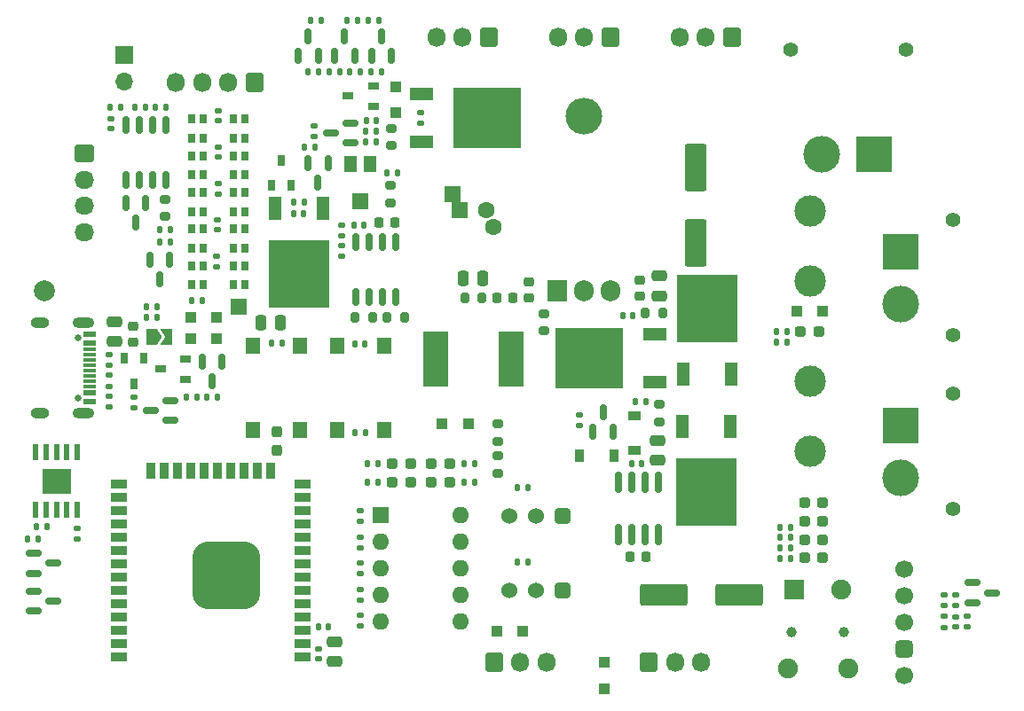
<source format=gbr>
%TF.GenerationSoftware,KiCad,Pcbnew,(6.0.11)*%
%TF.CreationDate,2024-02-29T08:20:34+09:00*%
%TF.ProjectId,Pole,506f6c65-2e6b-4696-9361-645f70636258,rev?*%
%TF.SameCoordinates,Original*%
%TF.FileFunction,Soldermask,Top*%
%TF.FilePolarity,Negative*%
%FSLAX46Y46*%
G04 Gerber Fmt 4.6, Leading zero omitted, Abs format (unit mm)*
G04 Created by KiCad (PCBNEW (6.0.11)) date 2024-02-29 08:20:34*
%MOMM*%
%LPD*%
G01*
G04 APERTURE LIST*
G04 Aperture macros list*
%AMRoundRect*
0 Rectangle with rounded corners*
0 $1 Rounding radius*
0 $2 $3 $4 $5 $6 $7 $8 $9 X,Y pos of 4 corners*
0 Add a 4 corners polygon primitive as box body*
4,1,4,$2,$3,$4,$5,$6,$7,$8,$9,$2,$3,0*
0 Add four circle primitives for the rounded corners*
1,1,$1+$1,$2,$3*
1,1,$1+$1,$4,$5*
1,1,$1+$1,$6,$7*
1,1,$1+$1,$8,$9*
0 Add four rect primitives between the rounded corners*
20,1,$1+$1,$2,$3,$4,$5,0*
20,1,$1+$1,$4,$5,$6,$7,0*
20,1,$1+$1,$6,$7,$8,$9,0*
20,1,$1+$1,$8,$9,$2,$3,0*%
%AMFreePoly0*
4,1,6,1.000000,0.000000,0.500000,-0.750000,-0.500000,-0.750000,-0.500000,0.750000,0.500000,0.750000,1.000000,0.000000,1.000000,0.000000,$1*%
%AMFreePoly1*
4,1,6,0.500000,-0.750000,-0.650000,-0.750000,-0.150000,0.000000,-0.650000,0.750000,0.500000,0.750000,0.500000,-0.750000,0.500000,-0.750000,$1*%
G04 Aperture macros list end*
%ADD10RoundRect,0.135000X0.135000X0.185000X-0.135000X0.185000X-0.135000X-0.185000X0.135000X-0.185000X0*%
%ADD11R,0.700000X0.900000*%
%ADD12R,1.000000X1.000000*%
%ADD13RoundRect,0.135000X-0.135000X-0.185000X0.135000X-0.185000X0.135000X0.185000X-0.135000X0.185000X0*%
%ADD14C,1.700000*%
%ADD15RoundRect,0.425000X0.425000X0.425000X-0.425000X0.425000X-0.425000X-0.425000X0.425000X-0.425000X0*%
%ADD16RoundRect,0.140000X-0.170000X0.140000X-0.170000X-0.140000X0.170000X-0.140000X0.170000X0.140000X0*%
%ADD17R,0.700000X1.000000*%
%ADD18RoundRect,0.250000X0.475000X-0.250000X0.475000X0.250000X-0.475000X0.250000X-0.475000X-0.250000X0*%
%ADD19RoundRect,0.237500X0.287500X0.237500X-0.287500X0.237500X-0.287500X-0.237500X0.287500X-0.237500X0*%
%ADD20RoundRect,0.250000X-0.250000X-0.475000X0.250000X-0.475000X0.250000X0.475000X-0.250000X0.475000X0*%
%ADD21RoundRect,0.250000X0.600000X0.675000X-0.600000X0.675000X-0.600000X-0.675000X0.600000X-0.675000X0*%
%ADD22O,1.700000X1.850000*%
%ADD23RoundRect,0.200000X0.200000X0.275000X-0.200000X0.275000X-0.200000X-0.275000X0.200000X-0.275000X0*%
%ADD24RoundRect,0.135000X-0.185000X0.135000X-0.185000X-0.135000X0.185000X-0.135000X0.185000X0.135000X0*%
%ADD25C,1.000000*%
%ADD26R,1.900000X1.900000*%
%ADD27C,1.900000*%
%ADD28RoundRect,0.140000X-0.140000X-0.170000X0.140000X-0.170000X0.140000X0.170000X-0.140000X0.170000X0*%
%ADD29RoundRect,0.225000X0.225000X0.250000X-0.225000X0.250000X-0.225000X-0.250000X0.225000X-0.250000X0*%
%ADD30R,1.000000X0.700000*%
%ADD31RoundRect,0.150000X-0.587500X-0.150000X0.587500X-0.150000X0.587500X0.150000X-0.587500X0.150000X0*%
%ADD32RoundRect,0.150000X0.150000X-0.825000X0.150000X0.825000X-0.150000X0.825000X-0.150000X-0.825000X0*%
%ADD33RoundRect,0.225000X-0.250000X0.225000X-0.250000X-0.225000X0.250000X-0.225000X0.250000X0.225000X0*%
%ADD34RoundRect,0.200000X-0.275000X0.200000X-0.275000X-0.200000X0.275000X-0.200000X0.275000X0.200000X0*%
%ADD35C,0.650000*%
%ADD36R,1.240000X0.600000*%
%ADD37R,1.240000X0.300000*%
%ADD38O,2.100000X1.000000*%
%ADD39O,1.800000X1.000000*%
%ADD40C,2.000000*%
%ADD41R,1.400000X1.600000*%
%ADD42RoundRect,0.150000X0.150000X-0.587500X0.150000X0.587500X-0.150000X0.587500X-0.150000X-0.587500X0*%
%ADD43RoundRect,0.237500X-0.287500X-0.237500X0.287500X-0.237500X0.287500X0.237500X-0.287500X0.237500X0*%
%ADD44RoundRect,0.140000X0.170000X-0.140000X0.170000X0.140000X-0.170000X0.140000X-0.170000X-0.140000X0*%
%ADD45RoundRect,0.135000X0.185000X-0.135000X0.185000X0.135000X-0.185000X0.135000X-0.185000X-0.135000X0*%
%ADD46R,1.200000X2.200000*%
%ADD47R,5.800000X6.400000*%
%ADD48RoundRect,0.150000X0.150000X-0.675000X0.150000X0.675000X-0.150000X0.675000X-0.150000X-0.675000X0*%
%ADD49RoundRect,0.381000X-0.381000X0.381000X-0.381000X-0.381000X0.381000X-0.381000X0.381000X0.381000X0*%
%ADD50C,1.524000*%
%ADD51RoundRect,0.150000X-0.150000X0.587500X-0.150000X-0.587500X0.150000X-0.587500X0.150000X0.587500X0*%
%ADD52R,0.900000X1.200000*%
%ADD53RoundRect,0.237500X0.237500X-0.300000X0.237500X0.300000X-0.237500X0.300000X-0.237500X-0.300000X0*%
%ADD54RoundRect,0.250001X0.799999X-1.999999X0.799999X1.999999X-0.799999X1.999999X-0.799999X-1.999999X0*%
%ADD55RoundRect,0.250000X0.250000X0.475000X-0.250000X0.475000X-0.250000X-0.475000X0.250000X-0.475000X0*%
%ADD56RoundRect,0.200000X-0.200000X-0.275000X0.200000X-0.275000X0.200000X0.275000X-0.200000X0.275000X0*%
%ADD57R,0.600000X1.500000*%
%ADD58R,2.800000X2.400000*%
%ADD59FreePoly0,0.000000*%
%ADD60FreePoly1,0.000000*%
%ADD61R,1.500000X1.500000*%
%ADD62RoundRect,0.250000X-0.675000X0.600000X-0.675000X-0.600000X0.675000X-0.600000X0.675000X0.600000X0*%
%ADD63O,1.850000X1.700000*%
%ADD64RoundRect,0.250001X-1.999999X-0.799999X1.999999X-0.799999X1.999999X0.799999X-1.999999X0.799999X0*%
%ADD65RoundRect,0.225000X-0.225000X-0.250000X0.225000X-0.250000X0.225000X0.250000X-0.225000X0.250000X0*%
%ADD66R,2.413000X5.334000*%
%ADD67RoundRect,0.150000X0.587500X0.150000X-0.587500X0.150000X-0.587500X-0.150000X0.587500X-0.150000X0*%
%ADD68RoundRect,0.250000X-0.475000X0.250000X-0.475000X-0.250000X0.475000X-0.250000X0.475000X0.250000X0*%
%ADD69RoundRect,0.200000X0.275000X-0.200000X0.275000X0.200000X-0.275000X0.200000X-0.275000X-0.200000X0*%
%ADD70R,1.600000X1.600000*%
%ADD71C,1.600000*%
%ADD72C,1.400000*%
%ADD73R,3.500000X3.500000*%
%ADD74C,3.500000*%
%ADD75C,3.000000*%
%ADD76O,1.600000X1.600000*%
%ADD77R,2.200000X1.200000*%
%ADD78R,6.400000X5.800000*%
%ADD79O,3.500000X3.500000*%
%ADD80R,1.905000X2.000000*%
%ADD81O,1.905000X2.000000*%
%ADD82RoundRect,0.250000X-0.600000X-0.675000X0.600000X-0.675000X0.600000X0.675000X-0.600000X0.675000X0*%
%ADD83R,1.700000X1.700000*%
%ADD84O,1.700000X1.700000*%
%ADD85RoundRect,0.140000X0.140000X0.170000X-0.140000X0.170000X-0.140000X-0.170000X0.140000X-0.170000X0*%
%ADD86R,1.150000X1.500000*%
%ADD87R,1.500000X0.900000*%
%ADD88R,0.900000X1.500000*%
%ADD89RoundRect,1.625000X1.625000X1.625000X-1.625000X1.625000X-1.625000X-1.625000X1.625000X-1.625000X0*%
%ADD90R,1.200000X0.900000*%
G04 APERTURE END LIST*
D10*
%TO.C,R29*%
X159920000Y-104500000D03*
X158900000Y-104500000D03*
%TD*%
D11*
%TO.C,D24*%
X143199999Y-75085000D03*
X142099999Y-75085000D03*
X142099999Y-76915000D03*
X143199999Y-76915000D03*
%TD*%
D12*
%TO.C,D29*%
X168520001Y-100680001D03*
X166020001Y-100680001D03*
%TD*%
D13*
%TO.C,R53*%
X153490000Y-62160000D03*
X154510000Y-62160000D03*
%TD*%
D10*
%TO.C,R56*%
X139652619Y-70478465D03*
X138632619Y-70478465D03*
%TD*%
D14*
%TO.C,SW2*%
X210120000Y-114590000D03*
X210120000Y-124750000D03*
D15*
X210120000Y-122210000D03*
D14*
X210120000Y-119670000D03*
X210120000Y-117130000D03*
%TD*%
D10*
%TO.C,R22*%
X159910000Y-106250000D03*
X158890000Y-106250000D03*
%TD*%
D16*
%TO.C,C16*%
X154240000Y-122150000D03*
X154240000Y-123110000D03*
%TD*%
D17*
%TO.C,Q4*%
X137570000Y-94450000D03*
X135670000Y-94450000D03*
X136620000Y-96850000D03*
%TD*%
D18*
%TO.C,C8*%
X186740000Y-88470000D03*
X186740000Y-86570000D03*
%TD*%
D16*
%TO.C,C24*%
X144650000Y-77770000D03*
X144650000Y-78730000D03*
%TD*%
D19*
%TO.C,D14*%
X202375000Y-111750000D03*
X200625000Y-111750000D03*
%TD*%
D20*
%TO.C,C34*%
X168050001Y-86800001D03*
X169950001Y-86800001D03*
%TD*%
D19*
%TO.C,D7*%
X163035000Y-104500000D03*
X161285000Y-104500000D03*
%TD*%
D21*
%TO.C,J13*%
X148122619Y-68078465D03*
D22*
X145622619Y-68078465D03*
X143122619Y-68078465D03*
X140622619Y-68078465D03*
%TD*%
D13*
%TO.C,R26*%
X126450000Y-111650000D03*
X127470000Y-111650000D03*
%TD*%
D10*
%TO.C,R33*%
X158270000Y-67040000D03*
X157250000Y-67040000D03*
%TD*%
D23*
%TO.C,R67*%
X169827382Y-88641536D03*
X168177382Y-88641536D03*
%TD*%
D24*
%TO.C,R32*%
X179110001Y-99860001D03*
X179110001Y-100880001D03*
%TD*%
D25*
%TO.C,J6*%
X199400000Y-120540000D03*
X204400000Y-120540000D03*
D26*
X199650000Y-116540000D03*
D27*
X204150000Y-116540000D03*
X199000000Y-124040000D03*
X204800000Y-124040000D03*
%TD*%
D28*
%TO.C,C31*%
X183260001Y-90330001D03*
X184220001Y-90330001D03*
%TD*%
D12*
%TO.C,D9*%
X161610000Y-70980000D03*
X161610000Y-68480000D03*
%TD*%
D29*
%TO.C,C36*%
X172797381Y-88631537D03*
X171247381Y-88631537D03*
%TD*%
D30*
%TO.C,Q12*%
X159461545Y-70343690D03*
X159461545Y-68443690D03*
X157061545Y-69393690D03*
%TD*%
D24*
%TO.C,R14*%
X134240000Y-96070000D03*
X134240000Y-97090000D03*
%TD*%
D31*
%TO.C,Q2*%
X216612500Y-115870000D03*
X216612500Y-117770000D03*
X218487500Y-116820000D03*
%TD*%
D10*
%TO.C,R13*%
X174250000Y-106750000D03*
X173230000Y-106750000D03*
%TD*%
%TO.C,R50*%
X154250000Y-67060000D03*
X153230000Y-67060000D03*
%TD*%
%TO.C,R18*%
X138820000Y-89540000D03*
X137800000Y-89540000D03*
%TD*%
D28*
%TO.C,C14*%
X154220000Y-120100000D03*
X155180000Y-120100000D03*
%TD*%
D32*
%TO.C,U6*%
X182905001Y-111240001D03*
X184175001Y-111240001D03*
X185445001Y-111240001D03*
X186715001Y-111240001D03*
X186715001Y-106290001D03*
X185445001Y-106290001D03*
X184175001Y-106290001D03*
X182905001Y-106290001D03*
%TD*%
D33*
%TO.C,C9*%
X184890001Y-86965000D03*
X184890001Y-88515000D03*
%TD*%
D17*
%TO.C,Q14*%
X149750000Y-77920000D03*
X151650000Y-77920000D03*
X150700000Y-75520000D03*
%TD*%
D21*
%TO.C,J11*%
X170500000Y-63750000D03*
D22*
X168000000Y-63750000D03*
X165500000Y-63750000D03*
%TD*%
D34*
%TO.C,R59*%
X186750000Y-98835001D03*
X186750000Y-100485001D03*
%TD*%
D35*
%TO.C,J4*%
X131305000Y-98230000D03*
X131305000Y-92450000D03*
D36*
X132425000Y-92140000D03*
X132425000Y-92940000D03*
D37*
X132425000Y-94090000D03*
X132425000Y-95090000D03*
X132425000Y-95590000D03*
X132425000Y-96590000D03*
D36*
X132425000Y-97740000D03*
X132425000Y-98540000D03*
X132425000Y-98540000D03*
X132425000Y-97740000D03*
D37*
X132425000Y-97090000D03*
X132425000Y-96090000D03*
X132425000Y-94590000D03*
X132425000Y-93590000D03*
D36*
X132425000Y-92940000D03*
X132425000Y-92140000D03*
D38*
X131825000Y-91020000D03*
D39*
X127625000Y-99660000D03*
X127625000Y-91020000D03*
D38*
X131825000Y-99660000D03*
%TD*%
D33*
%TO.C,C32*%
X174352620Y-87113466D03*
X174352620Y-88663466D03*
%TD*%
D40*
%TO.C,TP5*%
X128120000Y-87970000D03*
%TD*%
D41*
%TO.C,SW4*%
X152500000Y-93250000D03*
X152500000Y-101250000D03*
X148000000Y-101250000D03*
X148000000Y-93250000D03*
%TD*%
D42*
%TO.C,Q18*%
X152310000Y-65537500D03*
X154210000Y-65537500D03*
X153260000Y-63662500D03*
%TD*%
D43*
%TO.C,D5*%
X165035000Y-104500000D03*
X166785000Y-104500000D03*
%TD*%
D44*
%TO.C,C1*%
X215020000Y-120080000D03*
X215020000Y-119120000D03*
%TD*%
D45*
%TO.C,R16*%
X134240000Y-99090000D03*
X134240000Y-98070000D03*
%TD*%
D10*
%TO.C,R52*%
X156260000Y-67050000D03*
X155240000Y-67050000D03*
%TD*%
D44*
%TO.C,C21*%
X144650000Y-71730000D03*
X144650000Y-70770000D03*
%TD*%
D46*
%TO.C,U3*%
X154638926Y-80095000D03*
D47*
X152358926Y-86395000D03*
D46*
X150078926Y-80095000D03*
%TD*%
D48*
%TO.C,U5*%
X135887619Y-77403465D03*
X137157619Y-77403465D03*
X138427619Y-77403465D03*
X139697619Y-77403465D03*
X139697619Y-72153465D03*
X138427619Y-72153465D03*
X137157619Y-72153465D03*
X135887619Y-72153465D03*
%TD*%
D45*
%TO.C,R73*%
X164000000Y-72010000D03*
X164000000Y-70990000D03*
%TD*%
D49*
%TO.C,SW6*%
X177540000Y-116640000D03*
D50*
X175000000Y-116640000D03*
X172460000Y-116640000D03*
%TD*%
D51*
%TO.C,Q11*%
X145060000Y-94772500D03*
X143160000Y-94772500D03*
X144110000Y-96647500D03*
%TD*%
D48*
%TO.C,U1*%
X157825000Y-88595000D03*
X159095000Y-88595000D03*
X160365000Y-88595000D03*
X161635000Y-88595000D03*
X161635000Y-83345000D03*
X160365000Y-83345000D03*
X159095000Y-83345000D03*
X157825000Y-83345000D03*
%TD*%
D45*
%TO.C,R4*%
X215010000Y-118070000D03*
X215010000Y-117050000D03*
%TD*%
D10*
%TO.C,R1*%
X198992619Y-91838465D03*
X197972619Y-91838465D03*
%TD*%
D52*
%TO.C,D8*%
X179120001Y-103750001D03*
X182420001Y-103750001D03*
%TD*%
D13*
%TO.C,R19*%
X197940000Y-92880000D03*
X198960000Y-92880000D03*
%TD*%
D53*
%TO.C,C17*%
X150250000Y-103212500D03*
X150250000Y-101487500D03*
%TD*%
D45*
%TO.C,R5*%
X158250000Y-110010000D03*
X158250000Y-108990000D03*
%TD*%
D54*
%TO.C,C18*%
X190220001Y-83420001D03*
X190220001Y-76220001D03*
%TD*%
D12*
%TO.C,D16*%
X171250000Y-120500000D03*
X173750000Y-120500000D03*
%TD*%
D13*
%TO.C,R58*%
X136682619Y-70478465D03*
X137702619Y-70478465D03*
%TD*%
D55*
%TO.C,C19*%
X150640000Y-91010000D03*
X148740000Y-91010000D03*
%TD*%
D16*
%TO.C,C22*%
X144530000Y-84700000D03*
X144530000Y-85660000D03*
%TD*%
D13*
%TO.C,R27*%
X168150000Y-106250000D03*
X169170000Y-106250000D03*
%TD*%
D28*
%TO.C,C11*%
X151888926Y-80585000D03*
X152848926Y-80585000D03*
%TD*%
D13*
%TO.C,R46*%
X139090000Y-83350000D03*
X140110000Y-83350000D03*
%TD*%
D56*
%TO.C,R20*%
X185425001Y-90070001D03*
X187075001Y-90070001D03*
%TD*%
D11*
%TO.C,D21*%
X146100001Y-76915000D03*
X147200001Y-76915000D03*
X147200001Y-75085000D03*
X146100001Y-75085000D03*
%TD*%
D57*
%TO.C,U2*%
X131240000Y-103420000D03*
X130240000Y-103420000D03*
X129240000Y-103420000D03*
X128240000Y-103420000D03*
X127240000Y-103420000D03*
X127240000Y-108920000D03*
X128240000Y-108920000D03*
X129240000Y-108920000D03*
X130240000Y-108920000D03*
X131240000Y-108920000D03*
D58*
X129240000Y-106170000D03*
%TD*%
D59*
%TO.C,JP3*%
X138315000Y-92350000D03*
D60*
X139765000Y-92350000D03*
%TD*%
D10*
%TO.C,R60*%
X185510000Y-98590001D03*
X184490000Y-98590001D03*
%TD*%
D61*
%TO.C,H5*%
X146650000Y-89500000D03*
%TD*%
D30*
%TO.C,Q7*%
X141570000Y-96410000D03*
X141570000Y-94510000D03*
X139170000Y-95460000D03*
%TD*%
D12*
%TO.C,D10*%
X142050000Y-90550000D03*
X144550000Y-90550000D03*
%TD*%
D44*
%TO.C,C26*%
X134440000Y-72490000D03*
X134440000Y-71530000D03*
%TD*%
D10*
%TO.C,R51*%
X160260000Y-67040000D03*
X159240000Y-67040000D03*
%TD*%
D12*
%TO.C,D11*%
X142050000Y-92550000D03*
X144550000Y-92550000D03*
%TD*%
D34*
%TO.C,R9*%
X171330000Y-100695000D03*
X171330000Y-102345000D03*
%TD*%
D62*
%TO.C,J12*%
X131912619Y-74868465D03*
D63*
X131912619Y-77368465D03*
X131912619Y-79868465D03*
X131912619Y-82368465D03*
%TD*%
D13*
%TO.C,R40*%
X152890000Y-74270000D03*
X153910000Y-74270000D03*
%TD*%
D64*
%TO.C,C28*%
X187150000Y-117000000D03*
X194350000Y-117000000D03*
%TD*%
D65*
%TO.C,C2*%
X159965000Y-81480000D03*
X161515000Y-81480000D03*
%TD*%
D11*
%TO.C,D18*%
X143200000Y-85585000D03*
X142100000Y-85585000D03*
X142100000Y-87415000D03*
X143200000Y-87415000D03*
%TD*%
D31*
%TO.C,Q9*%
X127042500Y-113062500D03*
X127042500Y-114962500D03*
X128917500Y-114012500D03*
%TD*%
D66*
%TO.C,L1*%
X172640370Y-94498466D03*
X165401370Y-94498466D03*
%TD*%
D67*
%TO.C,Q13*%
X157275000Y-73870000D03*
X157275000Y-71970000D03*
X155400000Y-72920000D03*
%TD*%
D68*
%TO.C,C3*%
X134760000Y-90920000D03*
X134760000Y-92820000D03*
%TD*%
D69*
%TO.C,R68*%
X161090000Y-79585000D03*
X161090000Y-77935000D03*
%TD*%
D10*
%TO.C,R42*%
X199310000Y-110550000D03*
X198290000Y-110550000D03*
%TD*%
D23*
%TO.C,R72*%
X159385000Y-90520000D03*
X157735000Y-90520000D03*
%TD*%
D11*
%TO.C,D26*%
X143200000Y-71585000D03*
X142100000Y-71585000D03*
X142100000Y-73415000D03*
X143200000Y-73415000D03*
%TD*%
D46*
%TO.C,Q3*%
X189070000Y-95940001D03*
D47*
X191350000Y-89640001D03*
D46*
X193630000Y-95940001D03*
%TD*%
D21*
%TO.C,J10*%
X182100000Y-63750000D03*
D22*
X179600000Y-63750000D03*
X177100000Y-63750000D03*
%TD*%
D33*
%TO.C,C7*%
X136560000Y-91335000D03*
X136560000Y-92885000D03*
%TD*%
D13*
%TO.C,R55*%
X156990000Y-62150000D03*
X158010000Y-62150000D03*
%TD*%
D70*
%TO.C,C35*%
X167720001Y-80320000D03*
X167049064Y-78720000D03*
D71*
X170220001Y-80320000D03*
X170890938Y-81920000D03*
%TD*%
D16*
%TO.C,C25*%
X144650000Y-74270001D03*
X144650000Y-75230001D03*
%TD*%
D10*
%TO.C,R43*%
X199310000Y-111550000D03*
X198290000Y-111550000D03*
%TD*%
D45*
%TO.C,R11*%
X158250000Y-117510000D03*
X158250000Y-116490000D03*
%TD*%
D10*
%TO.C,R69*%
X161790000Y-76710000D03*
X160770000Y-76710000D03*
%TD*%
D19*
%TO.C,D1*%
X202007619Y-91838465D03*
X200257619Y-91838465D03*
%TD*%
D16*
%TO.C,C6*%
X131250000Y-110700000D03*
X131250000Y-111660000D03*
%TD*%
D68*
%TO.C,C27*%
X186630001Y-102280001D03*
X186630001Y-104180001D03*
%TD*%
D46*
%TO.C,Q1*%
X193510001Y-100900000D03*
D47*
X191230001Y-107200000D03*
D46*
X188950001Y-100900000D03*
%TD*%
D49*
%TO.C,SW3*%
X177540000Y-109500000D03*
D50*
X175000000Y-109500000D03*
X172460000Y-109500000D03*
%TD*%
D28*
%TO.C,C4*%
X157610000Y-81730000D03*
X158570000Y-81730000D03*
%TD*%
D12*
%TO.C,D17*%
X181500000Y-123500000D03*
X181500000Y-126000000D03*
%TD*%
D11*
%TO.C,D22*%
X143200000Y-78585000D03*
X142100000Y-78585000D03*
X142100000Y-80415000D03*
X143200000Y-80415000D03*
%TD*%
D21*
%TO.C,J9*%
X193700000Y-63750000D03*
D22*
X191200000Y-63750000D03*
X188700000Y-63750000D03*
%TD*%
D11*
%TO.C,D23*%
X146100000Y-80415000D03*
X147200000Y-80415000D03*
X147200000Y-78585000D03*
X146100000Y-78585000D03*
%TD*%
D34*
%TO.C,R10*%
X171310000Y-103755000D03*
X171310000Y-105405000D03*
%TD*%
D72*
%TO.C,J1*%
X199270000Y-64955000D03*
X210270000Y-64955000D03*
D73*
X207270000Y-74955000D03*
D74*
X202270000Y-74955000D03*
%TD*%
D69*
%TO.C,R48*%
X139602619Y-80883465D03*
X139602619Y-79233465D03*
%TD*%
D75*
%TO.C,F1*%
X201132619Y-96638465D03*
X201132619Y-103338465D03*
X201132619Y-80338465D03*
X201132619Y-87038465D03*
%TD*%
D19*
%TO.C,D12*%
X202375000Y-108250000D03*
X200625000Y-108250000D03*
%TD*%
D45*
%TO.C,R3*%
X216110000Y-120110000D03*
X216110000Y-119090000D03*
%TD*%
D29*
%TO.C,C30*%
X185525000Y-113360000D03*
X183975000Y-113360000D03*
%TD*%
D13*
%TO.C,R35*%
X158760000Y-72740000D03*
X159780000Y-72740000D03*
%TD*%
D10*
%TO.C,R21*%
X174250000Y-113910000D03*
X173230000Y-113910000D03*
%TD*%
D70*
%TO.C,SW1*%
X160200000Y-109385000D03*
D76*
X160200000Y-111925000D03*
X160200000Y-114465000D03*
X160200000Y-117005000D03*
X160200000Y-119545000D03*
X167820000Y-119545000D03*
X167820000Y-117005000D03*
X167820000Y-114465000D03*
X167820000Y-111925000D03*
X167820000Y-109385000D03*
%TD*%
D24*
%TO.C,R37*%
X153850000Y-72210000D03*
X153850000Y-73230000D03*
%TD*%
D72*
%TO.C,J3*%
X214789999Y-81230000D03*
X214789999Y-92230000D03*
D73*
X209789999Y-84230000D03*
D74*
X209789999Y-89230000D03*
%TD*%
D77*
%TO.C,Q8*%
X186330001Y-96700001D03*
D78*
X180030001Y-94420001D03*
D77*
X186330001Y-92140001D03*
%TD*%
D10*
%TO.C,R45*%
X199310000Y-113550000D03*
X198290000Y-113550000D03*
%TD*%
D11*
%TO.C,D19*%
X146100000Y-73415000D03*
X147200000Y-73415000D03*
X147200000Y-71585000D03*
X146100000Y-71585000D03*
%TD*%
D79*
%TO.C,D28*%
X179600000Y-71320000D03*
D80*
X177060000Y-87980000D03*
D81*
X179600000Y-87980000D03*
X182140000Y-87980000D03*
%TD*%
D42*
%TO.C,Q20*%
X155780000Y-65527500D03*
X157680000Y-65527500D03*
X156730000Y-63652500D03*
%TD*%
D56*
%TO.C,R71*%
X160795000Y-90520000D03*
X162445000Y-90520000D03*
%TD*%
D42*
%TO.C,Q5*%
X180450001Y-101467501D03*
X182350001Y-101467501D03*
X181400001Y-99592501D03*
%TD*%
D12*
%TO.C,D2*%
X199850000Y-89950000D03*
X202350000Y-89950000D03*
%TD*%
D10*
%TO.C,R44*%
X199310000Y-112550000D03*
X198290000Y-112550000D03*
%TD*%
D82*
%TO.C,J8*%
X185750000Y-123500000D03*
D22*
X188250000Y-123500000D03*
X190750000Y-123500000D03*
%TD*%
D83*
%TO.C,JP2*%
X135712619Y-65498465D03*
D84*
X135712619Y-68038465D03*
%TD*%
D16*
%TO.C,C23*%
X144560000Y-81190000D03*
X144560000Y-82150000D03*
%TD*%
D72*
%TO.C,J2*%
X214769999Y-97840000D03*
X214769999Y-108840000D03*
D73*
X209769999Y-100840000D03*
D74*
X209769999Y-105840000D03*
%TD*%
D13*
%TO.C,R47*%
X142140000Y-88950000D03*
X143160000Y-88950000D03*
%TD*%
D51*
%TO.C,Q16*%
X140050000Y-85012500D03*
X138150000Y-85012500D03*
X139100000Y-86887500D03*
%TD*%
D10*
%TO.C,R54*%
X160000000Y-62140000D03*
X158980000Y-62140000D03*
%TD*%
D85*
%TO.C,C29*%
X185100001Y-104470001D03*
X184140001Y-104470001D03*
%TD*%
D13*
%TO.C,R39*%
X149740000Y-93000000D03*
X150760000Y-93000000D03*
%TD*%
D77*
%TO.C,Q21*%
X164030000Y-69210000D03*
D78*
X170330000Y-71490000D03*
D77*
X164030000Y-73770000D03*
%TD*%
D31*
%TO.C,Q10*%
X127042500Y-116652500D03*
X127042500Y-118552500D03*
X128917500Y-117602500D03*
%TD*%
D28*
%TO.C,C15*%
X157720000Y-93050000D03*
X158680000Y-93050000D03*
%TD*%
D24*
%TO.C,R7*%
X213910000Y-117050000D03*
X213910000Y-118070000D03*
%TD*%
D10*
%TO.C,R36*%
X159790000Y-73780000D03*
X158770000Y-73780000D03*
%TD*%
D28*
%TO.C,C5*%
X127360000Y-110490000D03*
X128320000Y-110490000D03*
%TD*%
D19*
%TO.C,D4*%
X163035000Y-106250000D03*
X161285000Y-106250000D03*
%TD*%
D86*
%TO.C,RV1*%
X159155000Y-75840000D03*
D61*
X158230000Y-79440000D03*
D86*
X157305000Y-75840000D03*
%TD*%
D11*
%TO.C,D27*%
X146100000Y-87415000D03*
X147200000Y-87415000D03*
X147200000Y-85585000D03*
X146100000Y-85585000D03*
%TD*%
%TO.C,D25*%
X146100000Y-83915000D03*
X147200000Y-83915000D03*
X147200000Y-82085000D03*
X146100000Y-82085000D03*
%TD*%
D10*
%TO.C,R30*%
X152878926Y-79525000D03*
X151858926Y-79525000D03*
%TD*%
D11*
%TO.C,D20*%
X143200000Y-82085000D03*
X142100000Y-82085000D03*
X142100000Y-83915000D03*
X143200000Y-83915000D03*
%TD*%
D51*
%TO.C,Q15*%
X155150000Y-75820000D03*
X153250000Y-75820000D03*
X154200000Y-77695000D03*
%TD*%
D28*
%TO.C,C10*%
X158811545Y-71713690D03*
X159771545Y-71713690D03*
%TD*%
D10*
%TO.C,R31*%
X158760000Y-101500000D03*
X157740000Y-101500000D03*
%TD*%
D68*
%TO.C,C13*%
X155770000Y-121500000D03*
X155770000Y-123400000D03*
%TD*%
D19*
%TO.C,D13*%
X202375000Y-110000000D03*
X200625000Y-110000000D03*
%TD*%
D10*
%TO.C,R17*%
X138810000Y-90540000D03*
X137790000Y-90540000D03*
%TD*%
D51*
%TO.C,Q17*%
X137762619Y-79580965D03*
X135862619Y-79580965D03*
X136812619Y-81455965D03*
%TD*%
D13*
%TO.C,R23*%
X168150000Y-104500000D03*
X169170000Y-104500000D03*
%TD*%
D45*
%TO.C,R2*%
X213910000Y-120120000D03*
X213910000Y-119100000D03*
%TD*%
%TO.C,R8*%
X158250000Y-115010000D03*
X158250000Y-113990000D03*
%TD*%
D34*
%TO.C,R61*%
X175740001Y-90175001D03*
X175740001Y-91825001D03*
%TD*%
D82*
%TO.C,J7*%
X171000000Y-123500000D03*
D22*
X173500000Y-123500000D03*
X176000000Y-123500000D03*
%TD*%
D43*
%TO.C,D6*%
X165035000Y-106250000D03*
X166785000Y-106250000D03*
%TD*%
D10*
%TO.C,R28*%
X142630000Y-98150000D03*
X141610000Y-98150000D03*
%TD*%
D45*
%TO.C,R38*%
X156440000Y-84660000D03*
X156440000Y-83640000D03*
%TD*%
%TO.C,R24*%
X136610000Y-99150000D03*
X136610000Y-98130000D03*
%TD*%
D42*
%TO.C,Q19*%
X159290000Y-65527500D03*
X161190000Y-65527500D03*
X160240000Y-63652500D03*
%TD*%
D87*
%TO.C,U4*%
X152710000Y-122925000D03*
X152710000Y-121655000D03*
X152710000Y-120385000D03*
X152710000Y-119115000D03*
X152710000Y-117845000D03*
X152710000Y-116575000D03*
X152710000Y-115305000D03*
X152710000Y-114035000D03*
X152710000Y-112765000D03*
X152710000Y-111495000D03*
X152710000Y-110225000D03*
X152710000Y-108955000D03*
X152710000Y-107685000D03*
X152710000Y-106415000D03*
D88*
X149670000Y-105165000D03*
X148400000Y-105165000D03*
X147130000Y-105165000D03*
X145860000Y-105165000D03*
X144590000Y-105165000D03*
X143320000Y-105165000D03*
X142050000Y-105165000D03*
X140780000Y-105165000D03*
X139510000Y-105165000D03*
X138240000Y-105165000D03*
D87*
X135210000Y-106415000D03*
X135210000Y-107685000D03*
X135210000Y-108955000D03*
X135210000Y-110225000D03*
X135210000Y-111495000D03*
X135210000Y-112765000D03*
X135210000Y-114035000D03*
X135210000Y-115305000D03*
X135210000Y-116575000D03*
X135210000Y-117845000D03*
X135210000Y-119115000D03*
X135210000Y-120385000D03*
X135210000Y-121655000D03*
X135210000Y-122925000D03*
D89*
X145460000Y-115205000D03*
%TD*%
D10*
%TO.C,R57*%
X135362619Y-70468465D03*
X134342619Y-70468465D03*
%TD*%
D45*
%TO.C,R15*%
X134250000Y-95110000D03*
X134250000Y-94090000D03*
%TD*%
D67*
%TO.C,Q6*%
X140087500Y-100360000D03*
X140087500Y-98460000D03*
X138212500Y-99410000D03*
%TD*%
D13*
%TO.C,R49*%
X139082619Y-82138465D03*
X140102619Y-82138465D03*
%TD*%
D69*
%TO.C,R70*%
X161216307Y-74101760D03*
X161216307Y-72451760D03*
%TD*%
D45*
%TO.C,R12*%
X158250000Y-120010000D03*
X158250000Y-118990000D03*
%TD*%
D44*
%TO.C,C12*%
X156450000Y-82700000D03*
X156450000Y-81740000D03*
%TD*%
D41*
%TO.C,SW5*%
X156000000Y-101250000D03*
X156000000Y-93250000D03*
X160500000Y-93250000D03*
X160500000Y-101250000D03*
%TD*%
D19*
%TO.C,D15*%
X202375000Y-113500000D03*
X200625000Y-113500000D03*
%TD*%
D13*
%TO.C,R25*%
X143560000Y-98160000D03*
X144580000Y-98160000D03*
%TD*%
D45*
%TO.C,R6*%
X158250000Y-112510000D03*
X158250000Y-111490000D03*
%TD*%
D90*
%TO.C,D3*%
X184380001Y-103190001D03*
X184380001Y-99890001D03*
%TD*%
M02*

</source>
